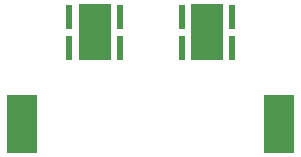
<source format=gbr>
%TF.GenerationSoftware,KiCad,Pcbnew,(5.1.8)-1*%
%TF.CreationDate,2021-08-18T01:06:56+02:00*%
%TF.ProjectId,Haubenblitzer_LED,48617562-656e-4626-9c69-747a65725f4c,rev?*%
%TF.SameCoordinates,Original*%
%TF.FileFunction,Paste,Top*%
%TF.FilePolarity,Positive*%
%FSLAX46Y46*%
G04 Gerber Fmt 4.6, Leading zero omitted, Abs format (unit mm)*
G04 Created by KiCad (PCBNEW (5.1.8)-1) date 2021-08-18 01:06:56*
%MOMM*%
%LPD*%
G01*
G04 APERTURE LIST*
%ADD10R,0.500000X2.140000*%
%ADD11R,2.780000X4.780000*%
%ADD12R,2.500000X5.000000*%
G04 APERTURE END LIST*
D10*
%TO.C,D1*%
X157890000Y-111070000D03*
X153610000Y-108430000D03*
D11*
X155750000Y-109750000D03*
D10*
X153610000Y-111070000D03*
X157890000Y-108430000D03*
%TD*%
%TO.C,D2*%
X163110000Y-108430000D03*
X167390000Y-111070000D03*
D11*
X165250000Y-109750000D03*
D10*
X167390000Y-108430000D03*
X163110000Y-111070000D03*
%TD*%
D12*
%TO.C,J3*%
X171400000Y-117500000D03*
%TD*%
%TO.C,J2*%
X149600000Y-117500000D03*
%TD*%
M02*

</source>
